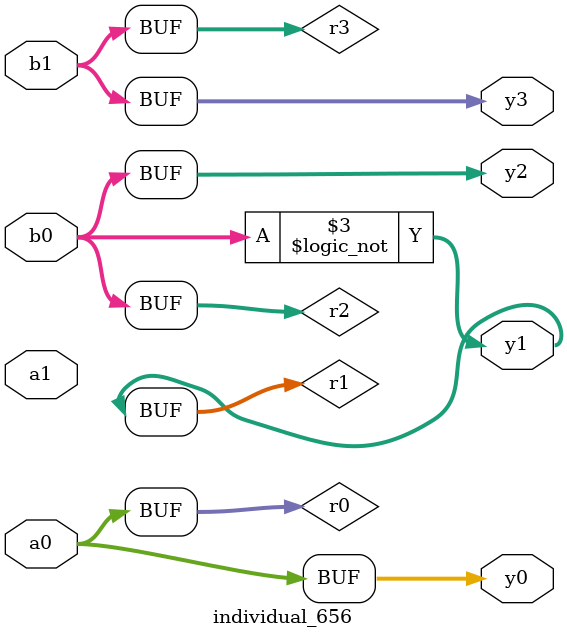
<source format=sv>
module individual_656(input logic [15:0] a1, input logic [15:0] a0, input logic [15:0] b1, input logic [15:0] b0, output logic [15:0] y3, output logic [15:0] y2, output logic [15:0] y1, output logic [15:0] y0);
logic [15:0] r0, r1, r2, r3; 
 always@(*) begin 
	 r0 = a0; r1 = a1; r2 = b0; r3 = b1; 
 	 r1  |=  r0 ;
 	 r1 = ! r2 ;
 	 y3 = r3; y2 = r2; y1 = r1; y0 = r0; 
end
endmodule
</source>
